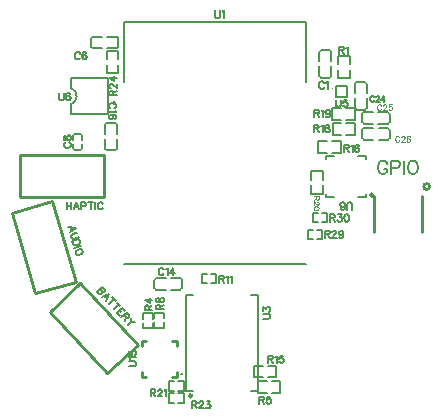
<source format=gto>
G04 Layer: TopSilkscreenLayer*
G04 EasyEDA v6.5.23, 2023-06-20 13:25:00*
G04 d9f535e9693744e2bd262e855d7d9790,c17a8ced473b4d519dda31697e0e54b6,10*
G04 Gerber Generator version 0.2*
G04 Scale: 100 percent, Rotated: No, Reflected: No *
G04 Dimensions in millimeters *
G04 leading zeros omitted , absolute positions ,4 integer and 5 decimal *
%FSLAX45Y45*%
%MOMM*%

%ADD10C,0.1524*%
%ADD11C,0.1270*%
%ADD12C,0.1000*%
%ADD13C,0.0762*%
%ADD14C,0.2540*%
%ADD15C,0.2000*%
%ADD16C,0.1500*%
%ADD17C,0.1999*%
%ADD18C,0.2500*%
%ADD19C,0.2500*%
%ADD20C,0.0108*%

%LPD*%
D10*
X110487Y529729D02*
G01*
X110487Y469023D01*
X110487Y529729D02*
G01*
X136395Y529729D01*
X145031Y526935D01*
X148079Y523887D01*
X150873Y518299D01*
X150873Y512457D01*
X148079Y506615D01*
X145031Y503821D01*
X136395Y500773D01*
X110487Y500773D01*
X130553Y500773D02*
G01*
X150873Y469023D01*
X169923Y518299D02*
G01*
X175765Y521093D01*
X184401Y529729D01*
X184401Y469023D01*
X217929Y529729D02*
G01*
X209039Y526935D01*
X206245Y521093D01*
X206245Y515251D01*
X209039Y509409D01*
X214881Y506615D01*
X226565Y503821D01*
X235201Y500773D01*
X240789Y495185D01*
X243837Y489343D01*
X243837Y480707D01*
X240789Y474865D01*
X237995Y472071D01*
X229359Y469023D01*
X217929Y469023D01*
X209039Y472071D01*
X206245Y474865D01*
X203451Y480707D01*
X203451Y489343D01*
X206245Y495185D01*
X212087Y500773D01*
X220723Y503821D01*
X232153Y506615D01*
X237995Y509409D01*
X240789Y515251D01*
X240789Y521093D01*
X237995Y526935D01*
X229359Y529729D01*
X217929Y529729D01*
X730755Y199021D02*
G01*
X725421Y209435D01*
X715007Y219849D01*
X704847Y225183D01*
X684019Y225183D01*
X673605Y219849D01*
X663191Y209435D01*
X657857Y199021D01*
X652777Y183527D01*
X652777Y157619D01*
X657857Y141871D01*
X663191Y131457D01*
X673605Y121043D01*
X684019Y115963D01*
X704847Y115963D01*
X715007Y121043D01*
X725421Y131457D01*
X730755Y141871D01*
X730755Y157619D01*
X704847Y157619D02*
G01*
X730755Y157619D01*
X765045Y225183D02*
G01*
X765045Y115963D01*
X765045Y225183D02*
G01*
X811781Y225183D01*
X827275Y219849D01*
X832609Y214769D01*
X837689Y204355D01*
X837689Y188607D01*
X832609Y178193D01*
X827275Y173113D01*
X811781Y168033D01*
X765045Y168033D01*
X871979Y225183D02*
G01*
X871979Y115963D01*
X937511Y225183D02*
G01*
X927097Y219849D01*
X916683Y209435D01*
X911603Y199021D01*
X906269Y183527D01*
X906269Y157619D01*
X911603Y141871D01*
X916683Y131457D01*
X927097Y121043D01*
X937511Y115963D01*
X958339Y115963D01*
X968753Y121043D01*
X979167Y131457D01*
X984247Y141871D01*
X989327Y157619D01*
X989327Y183527D01*
X984247Y199021D01*
X979167Y209435D01*
X968753Y219849D01*
X958339Y225183D01*
X937511Y225183D01*
X-1680855Y-839726D02*
G01*
X-1725254Y-881126D01*
X-1680855Y-839726D02*
G01*
X-1663186Y-858672D01*
X-1659341Y-866894D01*
X-1659663Y-871016D01*
X-1661858Y-877229D01*
X-1665945Y-881042D01*
X-1672295Y-882797D01*
X-1676245Y-882657D01*
X-1684362Y-878420D01*
X-1702033Y-859472D02*
G01*
X-1684362Y-878420D01*
X-1680517Y-886642D01*
X-1680654Y-890592D01*
X-1682849Y-896805D01*
X-1689166Y-902695D01*
X-1695516Y-904450D01*
X-1699465Y-904311D01*
X-1707583Y-900074D01*
X-1725254Y-881126D01*
X-1624556Y-900099D02*
G01*
X-1684718Y-924595D01*
X-1624556Y-900099D02*
G01*
X-1653192Y-958405D01*
X-1663966Y-917054D02*
G01*
X-1644393Y-938044D01*
X-1582115Y-945611D02*
G01*
X-1626514Y-987013D01*
X-1595800Y-930935D02*
G01*
X-1568256Y-960473D01*
X-1541581Y-989078D02*
G01*
X-1585978Y-1030480D01*
X-1555264Y-974404D02*
G01*
X-1527723Y-1003940D01*
X-1514731Y-1017871D02*
G01*
X-1559128Y-1059273D01*
X-1514731Y-1017871D02*
G01*
X-1489265Y-1045179D01*
X-1535907Y-1037620D02*
G01*
X-1520144Y-1054526D01*
X-1559128Y-1059273D02*
G01*
X-1533664Y-1086581D01*
X-1476273Y-1059111D02*
G01*
X-1520672Y-1100513D01*
X-1476273Y-1059111D02*
G01*
X-1458432Y-1078245D01*
X-1454584Y-1086467D01*
X-1454909Y-1090589D01*
X-1457104Y-1096802D01*
X-1461190Y-1100615D01*
X-1467540Y-1102370D01*
X-1471490Y-1102230D01*
X-1479608Y-1097993D01*
X-1497451Y-1078859D01*
X-1483593Y-1093721D02*
G01*
X-1492956Y-1130236D01*
X-1435564Y-1102766D02*
G01*
X-1441152Y-1139233D01*
X-1464373Y-1160886D01*
X-1404211Y-1136390D02*
G01*
X-1441152Y-1139233D01*
X-1983600Y-124965D02*
G01*
X-1983600Y-185671D01*
X-1943214Y-124965D02*
G01*
X-1943214Y-185671D01*
X-1983600Y-153921D02*
G01*
X-1943214Y-153921D01*
X-1901050Y-124965D02*
G01*
X-1924164Y-185671D01*
X-1901050Y-124965D02*
G01*
X-1877936Y-185671D01*
X-1915528Y-165351D02*
G01*
X-1886572Y-165351D01*
X-1858886Y-124965D02*
G01*
X-1858886Y-185671D01*
X-1858886Y-124965D02*
G01*
X-1832978Y-124965D01*
X-1824342Y-127759D01*
X-1821548Y-130807D01*
X-1818500Y-136395D01*
X-1818500Y-145031D01*
X-1821548Y-150873D01*
X-1824342Y-153921D01*
X-1832978Y-156715D01*
X-1858886Y-156715D01*
X-1779384Y-124965D02*
G01*
X-1779384Y-185671D01*
X-1799450Y-124965D02*
G01*
X-1759064Y-124965D01*
X-1740014Y-124965D02*
G01*
X-1740014Y-185671D01*
X-1677784Y-139443D02*
G01*
X-1680578Y-133601D01*
X-1686420Y-127759D01*
X-1692262Y-124965D01*
X-1703692Y-124965D01*
X-1709534Y-127759D01*
X-1715122Y-133601D01*
X-1718170Y-139443D01*
X-1720964Y-148079D01*
X-1720964Y-162557D01*
X-1718170Y-171193D01*
X-1715122Y-176781D01*
X-1709534Y-182623D01*
X-1703692Y-185671D01*
X-1692262Y-185671D01*
X-1686420Y-182623D01*
X-1680578Y-176781D01*
X-1677784Y-171193D01*
D11*
X-1869589Y1131354D02*
G01*
X-1872383Y1137196D01*
X-1878225Y1143038D01*
X-1884067Y1145832D01*
X-1895497Y1145832D01*
X-1901339Y1143038D01*
X-1906927Y1137196D01*
X-1909975Y1131354D01*
X-1912769Y1122718D01*
X-1912769Y1108240D01*
X-1909975Y1099604D01*
X-1906927Y1093762D01*
X-1901339Y1088174D01*
X-1895497Y1085126D01*
X-1884067Y1085126D01*
X-1878225Y1088174D01*
X-1872383Y1093762D01*
X-1869589Y1099604D01*
X-1815741Y1137196D02*
G01*
X-1818789Y1143038D01*
X-1827425Y1145832D01*
X-1833267Y1145832D01*
X-1841903Y1143038D01*
X-1847491Y1134402D01*
X-1850539Y1119924D01*
X-1850539Y1105446D01*
X-1847491Y1093762D01*
X-1841903Y1088174D01*
X-1833267Y1085126D01*
X-1830219Y1085126D01*
X-1821583Y1088174D01*
X-1815741Y1093762D01*
X-1812947Y1102652D01*
X-1812947Y1105446D01*
X-1815741Y1114082D01*
X-1821583Y1119924D01*
X-1830219Y1122718D01*
X-1833267Y1122718D01*
X-1841903Y1119924D01*
X-1847491Y1114082D01*
X-1850539Y1105446D01*
D10*
X-1904245Y-342336D02*
G01*
X-1968972Y-336849D01*
X-1904245Y-342336D02*
G01*
X-1956229Y-381287D01*
X-1947057Y-339549D02*
G01*
X-1939076Y-367385D01*
X-1892625Y-382866D02*
G01*
X-1934375Y-394837D01*
X-1941906Y-399905D01*
X-1945911Y-407131D01*
X-1946216Y-416201D01*
X-1944606Y-421817D01*
X-1939541Y-429348D01*
X-1932315Y-433354D01*
X-1923242Y-433659D01*
X-1881492Y-421688D01*
X-1876242Y-439999D02*
G01*
X-1934596Y-456732D01*
X-1876242Y-439999D02*
G01*
X-1870641Y-459531D01*
X-1871190Y-468673D01*
X-1874951Y-475830D01*
X-1879795Y-480126D01*
X-1887326Y-485193D01*
X-1901245Y-489183D01*
X-1910316Y-488878D01*
X-1916701Y-487801D01*
X-1923928Y-483796D01*
X-1928995Y-476265D01*
X-1934596Y-456732D01*
X-1859859Y-497133D02*
G01*
X-1918213Y-513867D01*
X-1849846Y-532048D02*
G01*
X-1854316Y-527517D01*
X-1861299Y-523440D01*
X-1867684Y-522366D01*
X-1876826Y-521817D01*
X-1890742Y-525807D01*
X-1898205Y-531116D01*
X-1903049Y-535414D01*
X-1907054Y-542640D01*
X-1908200Y-548782D01*
X-1904979Y-560011D01*
X-1900684Y-564857D01*
X-1893529Y-568619D01*
X-1887072Y-569937D01*
X-1877999Y-570245D01*
X-1864083Y-566254D01*
X-1856552Y-561187D01*
X-1851776Y-556646D01*
X-1847946Y-549734D01*
X-1846625Y-543280D01*
X-1849846Y-532048D01*
X115059Y655205D02*
G01*
X115059Y594499D01*
X115059Y655205D02*
G01*
X140967Y655205D01*
X149603Y652411D01*
X152651Y649363D01*
X155445Y643775D01*
X155445Y637933D01*
X152651Y632091D01*
X149603Y629297D01*
X140967Y626249D01*
X115059Y626249D01*
X135125Y626249D02*
G01*
X155445Y594499D01*
X174495Y643775D02*
G01*
X180337Y646569D01*
X188973Y655205D01*
X188973Y594499D01*
X245361Y634885D02*
G01*
X242567Y626249D01*
X236725Y620661D01*
X228089Y617613D01*
X225295Y617613D01*
X216659Y620661D01*
X210817Y626249D01*
X208023Y634885D01*
X208023Y637933D01*
X210817Y646569D01*
X216659Y652411D01*
X225295Y655205D01*
X228089Y655205D01*
X236725Y652411D01*
X242567Y646569D01*
X245361Y634885D01*
X245361Y620661D01*
X242567Y606183D01*
X236725Y597547D01*
X228089Y594499D01*
X222501Y594499D01*
X213611Y597547D01*
X210817Y603135D01*
X297456Y743826D02*
G01*
X297456Y700646D01*
X300250Y692010D01*
X306092Y686168D01*
X314728Y683120D01*
X320570Y683120D01*
X329206Y686168D01*
X334794Y692010D01*
X337842Y700646D01*
X337842Y743826D01*
X391436Y743826D02*
G01*
X362734Y743826D01*
X359686Y717918D01*
X362734Y720712D01*
X371370Y723760D01*
X380006Y723760D01*
X388642Y720712D01*
X394484Y714870D01*
X397278Y706234D01*
X397278Y700646D01*
X394484Y692010D01*
X388642Y686168D01*
X380006Y683120D01*
X371370Y683120D01*
X362734Y686168D01*
X359686Y688962D01*
X356892Y694804D01*
X-729256Y1500512D02*
G01*
X-729256Y1452760D01*
X-726208Y1443108D01*
X-719858Y1436758D01*
X-710206Y1433710D01*
X-703856Y1433710D01*
X-694204Y1436758D01*
X-687854Y1443108D01*
X-684806Y1452760D01*
X-684806Y1500512D01*
X-663724Y1487812D02*
G01*
X-657374Y1490860D01*
X-647976Y1500512D01*
X-647976Y1433710D01*
X433082Y-187881D02*
G01*
X433082Y-144447D01*
X430288Y-135811D01*
X424446Y-130223D01*
X415810Y-127175D01*
X409968Y-127175D01*
X401332Y-130223D01*
X395490Y-135811D01*
X392696Y-144447D01*
X392696Y-187881D01*
X359168Y-187881D02*
G01*
X367804Y-185087D01*
X370852Y-179245D01*
X370852Y-173403D01*
X367804Y-167561D01*
X362216Y-164767D01*
X350532Y-161973D01*
X341896Y-158925D01*
X336054Y-153337D01*
X333260Y-147495D01*
X333260Y-138859D01*
X336054Y-133017D01*
X339102Y-130223D01*
X347738Y-127175D01*
X359168Y-127175D01*
X367804Y-130223D01*
X370852Y-133017D01*
X373646Y-138859D01*
X373646Y-147495D01*
X370852Y-153337D01*
X365010Y-158925D01*
X356374Y-161973D01*
X344690Y-164767D01*
X339102Y-167561D01*
X336054Y-173403D01*
X336054Y-179245D01*
X339102Y-185087D01*
X347738Y-187881D01*
X359168Y-187881D01*
D11*
X-319229Y-1110830D02*
G01*
X-275795Y-1110830D01*
X-267159Y-1108036D01*
X-261317Y-1102194D01*
X-258523Y-1093558D01*
X-258523Y-1087716D01*
X-261317Y-1079080D01*
X-267159Y-1073492D01*
X-275795Y-1070444D01*
X-319229Y-1070444D01*
X-319229Y-1045806D02*
G01*
X-319229Y-1014056D01*
X-296115Y-1031328D01*
X-296115Y-1022692D01*
X-293067Y-1016850D01*
X-290273Y-1014056D01*
X-281637Y-1011008D01*
X-275795Y-1011008D01*
X-267159Y-1014056D01*
X-261317Y-1019644D01*
X-258523Y-1028280D01*
X-258523Y-1036916D01*
X-261317Y-1045806D01*
X-264365Y-1048600D01*
X-269953Y-1051394D01*
X-352808Y-1771256D02*
G01*
X-352808Y-1831962D01*
X-352808Y-1771256D02*
G01*
X-326900Y-1771256D01*
X-318264Y-1774050D01*
X-315216Y-1777098D01*
X-312422Y-1782686D01*
X-312422Y-1788528D01*
X-315216Y-1794370D01*
X-318264Y-1797164D01*
X-326900Y-1800212D01*
X-352808Y-1800212D01*
X-332742Y-1800212D02*
G01*
X-312422Y-1831962D01*
X-258828Y-1771256D02*
G01*
X-287530Y-1771256D01*
X-290578Y-1797164D01*
X-287530Y-1794370D01*
X-278894Y-1791576D01*
X-270258Y-1791576D01*
X-261622Y-1794370D01*
X-255780Y-1800212D01*
X-252986Y-1808848D01*
X-252986Y-1814436D01*
X-255780Y-1823326D01*
X-261622Y-1828914D01*
X-270258Y-1831962D01*
X-278894Y-1831962D01*
X-287530Y-1828914D01*
X-290578Y-1826120D01*
X-293372Y-1820278D01*
X-279656Y-1424292D02*
G01*
X-279656Y-1484998D01*
X-279656Y-1424292D02*
G01*
X-253748Y-1424292D01*
X-245112Y-1427086D01*
X-242064Y-1430134D01*
X-239270Y-1435722D01*
X-239270Y-1441564D01*
X-242064Y-1447406D01*
X-245112Y-1450200D01*
X-253748Y-1453248D01*
X-279656Y-1453248D01*
X-259590Y-1453248D02*
G01*
X-239270Y-1484998D01*
X-220220Y-1435722D02*
G01*
X-214378Y-1432928D01*
X-205742Y-1424292D01*
X-205742Y-1484998D01*
X-152148Y-1424292D02*
G01*
X-181104Y-1424292D01*
X-183898Y-1450200D01*
X-181104Y-1447406D01*
X-172214Y-1444612D01*
X-163578Y-1444612D01*
X-154942Y-1447406D01*
X-149354Y-1453248D01*
X-146306Y-1461884D01*
X-146306Y-1467472D01*
X-149354Y-1476362D01*
X-154942Y-1481950D01*
X-163578Y-1484998D01*
X-172214Y-1484998D01*
X-181104Y-1481950D01*
X-183898Y-1479156D01*
X-186692Y-1473314D01*
X322323Y1191907D02*
G01*
X322323Y1131201D01*
X322323Y1191907D02*
G01*
X348231Y1191907D01*
X356867Y1189113D01*
X359915Y1186065D01*
X362709Y1180477D01*
X362709Y1174635D01*
X359915Y1168793D01*
X356867Y1165999D01*
X348231Y1162951D01*
X322323Y1162951D01*
X342389Y1162951D02*
G01*
X362709Y1131201D01*
X381759Y1180477D02*
G01*
X387601Y1183271D01*
X396237Y1191907D01*
X396237Y1131201D01*
X-1318770Y-1037343D02*
G01*
X-1258064Y-1037343D01*
X-1318770Y-1037343D02*
G01*
X-1318770Y-1011435D01*
X-1315976Y-1002799D01*
X-1312928Y-999751D01*
X-1307340Y-996957D01*
X-1301498Y-996957D01*
X-1295656Y-999751D01*
X-1292862Y-1002799D01*
X-1289814Y-1011435D01*
X-1289814Y-1037343D01*
X-1289814Y-1017277D02*
G01*
X-1258064Y-996957D01*
X-1318770Y-948951D02*
G01*
X-1278384Y-977907D01*
X-1278384Y-934727D01*
X-1318770Y-948951D02*
G01*
X-1258064Y-948951D01*
X-1223149Y-1033294D02*
G01*
X-1162443Y-1033294D01*
X-1223149Y-1033294D02*
G01*
X-1223149Y-1007386D01*
X-1220101Y-998750D01*
X-1217307Y-995956D01*
X-1211465Y-992908D01*
X-1205623Y-992908D01*
X-1200035Y-995956D01*
X-1196987Y-998750D01*
X-1194193Y-1007386D01*
X-1194193Y-1033294D01*
X-1194193Y-1013228D02*
G01*
X-1162443Y-992908D01*
X-1223149Y-959380D02*
G01*
X-1220101Y-968270D01*
X-1214513Y-971064D01*
X-1208671Y-971064D01*
X-1202829Y-968270D01*
X-1200035Y-962428D01*
X-1196987Y-950744D01*
X-1194193Y-942108D01*
X-1188351Y-936520D01*
X-1182763Y-933472D01*
X-1173873Y-933472D01*
X-1168285Y-936520D01*
X-1165237Y-939314D01*
X-1162443Y-947950D01*
X-1162443Y-959380D01*
X-1165237Y-968270D01*
X-1168285Y-971064D01*
X-1173873Y-973858D01*
X-1182763Y-973858D01*
X-1188351Y-971064D01*
X-1194193Y-965222D01*
X-1196987Y-956586D01*
X-1200035Y-945156D01*
X-1202829Y-939314D01*
X-1208671Y-936520D01*
X-1214513Y-936520D01*
X-1220101Y-939314D01*
X-1223149Y-947950D01*
X-1223149Y-959380D01*
X-691695Y-747712D02*
G01*
X-691695Y-808418D01*
X-691695Y-747712D02*
G01*
X-665787Y-747712D01*
X-657151Y-750506D01*
X-654103Y-753554D01*
X-651309Y-759142D01*
X-651309Y-764984D01*
X-654103Y-770826D01*
X-657151Y-773620D01*
X-665787Y-776668D01*
X-691695Y-776668D01*
X-671629Y-776668D02*
G01*
X-651309Y-808418D01*
X-632259Y-759142D02*
G01*
X-626417Y-756348D01*
X-617781Y-747712D01*
X-617781Y-808418D01*
X-598731Y-759142D02*
G01*
X-593143Y-756348D01*
X-584253Y-747712D01*
X-584253Y-808418D01*
X-1272120Y-1708045D02*
G01*
X-1272120Y-1768751D01*
X-1272120Y-1708045D02*
G01*
X-1246212Y-1708045D01*
X-1237576Y-1711093D01*
X-1234782Y-1713887D01*
X-1231734Y-1719729D01*
X-1231734Y-1725571D01*
X-1234782Y-1731159D01*
X-1237576Y-1734207D01*
X-1246212Y-1737001D01*
X-1272120Y-1737001D01*
X-1252054Y-1737001D02*
G01*
X-1231734Y-1768751D01*
X-1209890Y-1722523D02*
G01*
X-1209890Y-1719729D01*
X-1207096Y-1713887D01*
X-1204048Y-1711093D01*
X-1198206Y-1708045D01*
X-1186776Y-1708045D01*
X-1180934Y-1711093D01*
X-1178140Y-1713887D01*
X-1175346Y-1719729D01*
X-1175346Y-1725571D01*
X-1178140Y-1731159D01*
X-1183982Y-1739795D01*
X-1212684Y-1768751D01*
X-1172298Y-1768751D01*
X-1153248Y-1719729D02*
G01*
X-1147406Y-1716681D01*
X-1138770Y-1708045D01*
X-1138770Y-1768751D01*
X-922312Y-1809061D02*
G01*
X-922312Y-1869513D01*
X-922312Y-1809061D02*
G01*
X-896150Y-1809061D01*
X-887514Y-1811855D01*
X-884720Y-1814649D01*
X-881926Y-1820491D01*
X-881926Y-1826333D01*
X-884720Y-1832175D01*
X-887514Y-1834969D01*
X-896150Y-1837763D01*
X-922312Y-1837763D01*
X-901992Y-1837763D02*
G01*
X-881926Y-1869513D01*
X-859828Y-1823285D02*
G01*
X-859828Y-1820491D01*
X-857034Y-1814649D01*
X-853986Y-1811855D01*
X-848398Y-1809061D01*
X-836714Y-1809061D01*
X-831126Y-1811855D01*
X-828078Y-1814649D01*
X-825284Y-1820491D01*
X-825284Y-1826333D01*
X-828078Y-1832175D01*
X-833920Y-1840811D01*
X-862876Y-1869513D01*
X-822236Y-1869513D01*
X-797598Y-1809061D02*
G01*
X-765848Y-1809061D01*
X-783120Y-1832175D01*
X-774484Y-1832175D01*
X-768642Y-1834969D01*
X-765848Y-1837763D01*
X-762800Y-1846399D01*
X-762800Y-1852241D01*
X-765848Y-1860877D01*
X-771436Y-1866719D01*
X-780326Y-1869513D01*
X-788962Y-1869513D01*
X-797598Y-1866719D01*
X-800392Y-1863925D01*
X-803186Y-1858083D01*
X202689Y-366382D02*
G01*
X202689Y-427088D01*
X202689Y-366382D02*
G01*
X228597Y-366382D01*
X237233Y-369176D01*
X240281Y-372224D01*
X243075Y-377812D01*
X243075Y-383654D01*
X240281Y-389496D01*
X237233Y-392290D01*
X228597Y-395338D01*
X202689Y-395338D01*
X222755Y-395338D02*
G01*
X243075Y-427088D01*
X264919Y-380860D02*
G01*
X264919Y-377812D01*
X267967Y-372224D01*
X270761Y-369176D01*
X276603Y-366382D01*
X288033Y-366382D01*
X293875Y-369176D01*
X296669Y-372224D01*
X299717Y-377812D01*
X299717Y-383654D01*
X296669Y-389496D01*
X291081Y-398132D01*
X262125Y-427088D01*
X302511Y-427088D01*
X359153Y-386702D02*
G01*
X356105Y-395338D01*
X350517Y-400926D01*
X341881Y-403974D01*
X338833Y-403974D01*
X330197Y-400926D01*
X324355Y-395338D01*
X321561Y-386702D01*
X321561Y-383654D01*
X324355Y-375018D01*
X330197Y-369176D01*
X338833Y-366382D01*
X341881Y-366382D01*
X350517Y-369176D01*
X356105Y-375018D01*
X359153Y-386702D01*
X359153Y-400926D01*
X356105Y-415404D01*
X350517Y-424040D01*
X341881Y-427088D01*
X336039Y-427088D01*
X327403Y-424040D01*
X324355Y-418452D01*
X248665Y-228345D02*
G01*
X248665Y-289052D01*
X248665Y-228345D02*
G01*
X274574Y-228345D01*
X283210Y-231139D01*
X286258Y-234187D01*
X289052Y-239776D01*
X289052Y-245618D01*
X286258Y-251460D01*
X283210Y-254253D01*
X274574Y-257302D01*
X248665Y-257302D01*
X268731Y-257302D02*
G01*
X289052Y-289052D01*
X313944Y-228345D02*
G01*
X345694Y-228345D01*
X328168Y-251460D01*
X337058Y-251460D01*
X342646Y-254253D01*
X345694Y-257302D01*
X348488Y-265937D01*
X348488Y-271526D01*
X345694Y-280415D01*
X339852Y-286003D01*
X331215Y-289052D01*
X322580Y-289052D01*
X313944Y-286003D01*
X310896Y-283210D01*
X308102Y-277368D01*
X384810Y-228345D02*
G01*
X376174Y-231139D01*
X370331Y-239776D01*
X367538Y-254253D01*
X367538Y-262889D01*
X370331Y-277368D01*
X376174Y-286003D01*
X384810Y-289052D01*
X390652Y-289052D01*
X399288Y-286003D01*
X405130Y-277368D01*
X407924Y-262889D01*
X407924Y-254253D01*
X405130Y-239776D01*
X399288Y-231139D01*
X390652Y-228345D01*
X384810Y-228345D01*
D12*
X833117Y423049D02*
G01*
X830831Y427367D01*
X826259Y431939D01*
X821687Y434225D01*
X812543Y434225D01*
X808225Y431939D01*
X803653Y427367D01*
X801367Y423049D01*
X799081Y416194D01*
X799081Y404761D01*
X801367Y397903D01*
X803653Y393331D01*
X808225Y388759D01*
X812543Y386473D01*
X821687Y386473D01*
X826259Y388759D01*
X830831Y393331D01*
X833117Y397903D01*
X850389Y423049D02*
G01*
X850389Y425335D01*
X852672Y429653D01*
X854961Y431939D01*
X859533Y434225D01*
X868674Y434225D01*
X872995Y431939D01*
X875281Y429653D01*
X877567Y425335D01*
X877567Y420761D01*
X875281Y416191D01*
X870963Y409333D01*
X848103Y386473D01*
X879853Y386473D01*
X922271Y427367D02*
G01*
X919985Y431939D01*
X913127Y434225D01*
X908555Y434225D01*
X901697Y431939D01*
X897125Y425335D01*
X894839Y413905D01*
X894839Y402475D01*
X897125Y393331D01*
X901697Y388759D01*
X908555Y386473D01*
X910841Y386473D01*
X917699Y388757D01*
X922271Y393331D01*
X924557Y400189D01*
X924557Y402475D01*
X922271Y409333D01*
X917699Y413905D01*
X910841Y416194D01*
X908555Y416191D01*
X901697Y413905D01*
X897125Y409333D01*
X894839Y402475D01*
D11*
X364995Y361581D02*
G01*
X364995Y300875D01*
X364995Y361581D02*
G01*
X390903Y361581D01*
X399539Y358787D01*
X402587Y355739D01*
X405381Y350151D01*
X405381Y344309D01*
X402587Y338467D01*
X399539Y335673D01*
X390903Y332625D01*
X364995Y332625D01*
X385061Y332625D02*
G01*
X405381Y300875D01*
X424431Y350151D02*
G01*
X430273Y352945D01*
X438909Y361581D01*
X438909Y300875D01*
X492503Y352945D02*
G01*
X489709Y358787D01*
X481073Y361581D01*
X475231Y361581D01*
X466595Y358787D01*
X460753Y350151D01*
X457959Y335673D01*
X457959Y321195D01*
X460753Y309511D01*
X466595Y303923D01*
X475231Y300875D01*
X478025Y300875D01*
X486661Y303923D01*
X492503Y309511D01*
X495297Y318401D01*
X495297Y321195D01*
X492503Y329831D01*
X486661Y335673D01*
X478025Y338467D01*
X475231Y338467D01*
X466595Y335673D01*
X460753Y329831D01*
X457959Y321195D01*
D13*
X150190Y-75234D02*
G01*
X106756Y-75234D01*
X150190Y-75234D02*
G01*
X150190Y-93776D01*
X148158Y-100126D01*
X146126Y-102158D01*
X142062Y-104190D01*
X137744Y-104190D01*
X133680Y-102158D01*
X131648Y-100126D01*
X129616Y-93776D01*
X129616Y-75234D01*
X129616Y-89712D02*
G01*
X106756Y-104190D01*
X139776Y-120192D02*
G01*
X142062Y-120192D01*
X146126Y-122224D01*
X148158Y-124256D01*
X150190Y-128320D01*
X150190Y-136702D01*
X148158Y-140766D01*
X146126Y-143052D01*
X142062Y-145084D01*
X137744Y-145084D01*
X133680Y-143052D01*
X127330Y-138734D01*
X106756Y-117906D01*
X106756Y-147116D01*
X150190Y-173278D02*
G01*
X148158Y-166928D01*
X142062Y-162864D01*
X131648Y-160832D01*
X125298Y-160832D01*
X114884Y-162864D01*
X108788Y-166928D01*
X106756Y-173278D01*
X106756Y-177342D01*
X108788Y-183692D01*
X114884Y-187756D01*
X125298Y-189788D01*
X131648Y-189788D01*
X142062Y-187756D01*
X148158Y-183692D01*
X150190Y-177342D01*
X150190Y-173278D01*
D12*
X680209Y693305D02*
G01*
X677923Y697623D01*
X673351Y702195D01*
X668779Y704481D01*
X659635Y704481D01*
X655317Y702195D01*
X650745Y697623D01*
X648459Y693305D01*
X646173Y686447D01*
X646173Y675017D01*
X648459Y668159D01*
X650745Y663587D01*
X655317Y659015D01*
X659635Y656729D01*
X668779Y656729D01*
X673351Y659015D01*
X677923Y663587D01*
X680209Y668159D01*
X697481Y693305D02*
G01*
X697481Y695591D01*
X699767Y699909D01*
X702053Y702195D01*
X706625Y704481D01*
X715769Y704481D01*
X720087Y702195D01*
X722373Y699909D01*
X724659Y695591D01*
X724659Y691019D01*
X722373Y686447D01*
X718055Y679589D01*
X695195Y656729D01*
X726945Y656729D01*
X769363Y704481D02*
G01*
X746503Y704481D01*
X744217Y684161D01*
X746503Y686447D01*
X753361Y688733D01*
X760219Y688733D01*
X767077Y686447D01*
X771649Y681875D01*
X773935Y675017D01*
X773935Y670445D01*
X771649Y663587D01*
X767077Y659015D01*
X760219Y656729D01*
X753361Y656729D01*
X746503Y659015D01*
X744217Y661301D01*
X741931Y665873D01*
D11*
X-1621360Y779833D02*
G01*
X-1560654Y779833D01*
X-1621360Y779833D02*
G01*
X-1621360Y805741D01*
X-1618312Y814377D01*
X-1615518Y817171D01*
X-1609676Y820219D01*
X-1603834Y820219D01*
X-1598246Y817171D01*
X-1595198Y814377D01*
X-1592404Y805741D01*
X-1592404Y779833D01*
X-1592404Y799899D02*
G01*
X-1560654Y820219D01*
X-1606882Y842063D02*
G01*
X-1609676Y842063D01*
X-1615518Y844857D01*
X-1618312Y847905D01*
X-1621360Y853747D01*
X-1621360Y865177D01*
X-1618312Y871019D01*
X-1615518Y873813D01*
X-1609676Y876607D01*
X-1603834Y876607D01*
X-1598246Y873813D01*
X-1589610Y867971D01*
X-1560654Y839269D01*
X-1560654Y879655D01*
X-1621360Y927407D02*
G01*
X-1580974Y898705D01*
X-1580974Y941885D01*
X-1621360Y927407D02*
G01*
X-1560654Y927407D01*
X-1994796Y380845D02*
G01*
X-2000638Y378051D01*
X-2006480Y372209D01*
X-2009274Y366367D01*
X-2009274Y354937D01*
X-2006480Y349095D01*
X-2000638Y343507D01*
X-1994796Y340459D01*
X-1986160Y337665D01*
X-1971682Y337665D01*
X-1963046Y340459D01*
X-1957204Y343507D01*
X-1951616Y349095D01*
X-1948568Y354937D01*
X-1948568Y366367D01*
X-1951616Y372209D01*
X-1957204Y378051D01*
X-1963046Y380845D01*
X-2009274Y414373D02*
G01*
X-2006480Y405737D01*
X-2000638Y402943D01*
X-1994796Y402943D01*
X-1988954Y405737D01*
X-1986160Y411579D01*
X-1983366Y423009D01*
X-1980318Y431645D01*
X-1974730Y437487D01*
X-1968888Y440281D01*
X-1960252Y440281D01*
X-1954410Y437487D01*
X-1951616Y434693D01*
X-1948568Y426057D01*
X-1948568Y414373D01*
X-1951616Y405737D01*
X-1954410Y402943D01*
X-1960252Y399895D01*
X-1968888Y399895D01*
X-1974730Y402943D01*
X-1980318Y408531D01*
X-1983366Y417167D01*
X-1986160Y428851D01*
X-1988954Y434693D01*
X-1994796Y437487D01*
X-2000638Y437487D01*
X-2006480Y434693D01*
X-2009274Y426057D01*
X-2009274Y414373D01*
X-1456956Y-1511297D02*
G01*
X-1413776Y-1511297D01*
X-1404886Y-1508503D01*
X-1399298Y-1502661D01*
X-1396250Y-1494025D01*
X-1396250Y-1488183D01*
X-1399298Y-1479547D01*
X-1404886Y-1473705D01*
X-1413776Y-1470911D01*
X-1456956Y-1470911D01*
X-1445526Y-1451861D02*
G01*
X-1448320Y-1446019D01*
X-1456956Y-1437383D01*
X-1396250Y-1437383D01*
X-1456956Y-1383789D02*
G01*
X-1456956Y-1412745D01*
X-1431048Y-1415539D01*
X-1433842Y-1412745D01*
X-1436636Y-1403855D01*
X-1436636Y-1395219D01*
X-1433842Y-1386583D01*
X-1428000Y-1380995D01*
X-1419364Y-1377947D01*
X-1413776Y-1377947D01*
X-1404886Y-1380995D01*
X-1399298Y-1386583D01*
X-1396250Y-1395219D01*
X-1396250Y-1403855D01*
X-1399298Y-1412745D01*
X-1402092Y-1415539D01*
X-1407934Y-1418333D01*
X-1580502Y669698D02*
G01*
X-1574660Y672492D01*
X-1568818Y678334D01*
X-1566024Y684176D01*
X-1566024Y695606D01*
X-1568818Y701448D01*
X-1574660Y707036D01*
X-1580502Y710084D01*
X-1589138Y712878D01*
X-1603616Y712878D01*
X-1612252Y710084D01*
X-1618094Y707036D01*
X-1623682Y701448D01*
X-1626730Y695606D01*
X-1626730Y684176D01*
X-1623682Y678334D01*
X-1618094Y672492D01*
X-1612252Y669698D01*
X-1577454Y650648D02*
G01*
X-1574660Y644806D01*
X-1566024Y636170D01*
X-1626730Y636170D01*
X-1574660Y582576D02*
G01*
X-1568818Y585370D01*
X-1566024Y594006D01*
X-1566024Y599848D01*
X-1568818Y608484D01*
X-1577454Y614326D01*
X-1591932Y617120D01*
X-1606410Y617120D01*
X-1618094Y614326D01*
X-1623682Y608484D01*
X-1626730Y599848D01*
X-1626730Y596800D01*
X-1623682Y588164D01*
X-1618094Y582576D01*
X-1609204Y579528D01*
X-1606410Y579528D01*
X-1597774Y582576D01*
X-1591932Y588164D01*
X-1589138Y596800D01*
X-1589138Y599848D01*
X-1591932Y608484D01*
X-1597774Y614326D01*
X-1606410Y617120D01*
X197609Y883297D02*
G01*
X194815Y889139D01*
X188973Y894981D01*
X183131Y897775D01*
X171701Y897775D01*
X165859Y894981D01*
X160271Y889139D01*
X157223Y883297D01*
X154429Y874661D01*
X154429Y860183D01*
X157223Y851547D01*
X160271Y845705D01*
X165859Y840117D01*
X171701Y837069D01*
X183131Y837069D01*
X188973Y840117D01*
X194815Y845705D01*
X197609Y851547D01*
X216659Y886345D02*
G01*
X222501Y889139D01*
X231137Y897775D01*
X231137Y837069D01*
X-1161036Y-694550D02*
G01*
X-1163830Y-688708D01*
X-1169672Y-682866D01*
X-1175514Y-680072D01*
X-1186944Y-680072D01*
X-1192786Y-682866D01*
X-1198374Y-688708D01*
X-1201422Y-694550D01*
X-1204216Y-703186D01*
X-1204216Y-717664D01*
X-1201422Y-726300D01*
X-1198374Y-732142D01*
X-1192786Y-737730D01*
X-1186944Y-740778D01*
X-1175514Y-740778D01*
X-1169672Y-737730D01*
X-1163830Y-732142D01*
X-1161036Y-726300D01*
X-1141986Y-691502D02*
G01*
X-1136144Y-688708D01*
X-1127508Y-680072D01*
X-1127508Y-740778D01*
X-1079502Y-680072D02*
G01*
X-1108458Y-720458D01*
X-1065024Y-720458D01*
X-1079502Y-680072D02*
G01*
X-1079502Y-740778D01*
X619960Y763079D02*
G01*
X617674Y767651D01*
X613102Y772223D01*
X608530Y774512D01*
X599640Y774512D01*
X595068Y772223D01*
X590496Y767651D01*
X588210Y763079D01*
X585924Y756221D01*
X585924Y744791D01*
X588208Y737933D01*
X590496Y733615D01*
X595066Y729046D01*
X599640Y726757D01*
X608528Y726760D01*
X613102Y729043D01*
X617674Y733615D01*
X619958Y737933D01*
X637232Y763079D02*
G01*
X637232Y765365D01*
X639518Y769940D01*
X641802Y772223D01*
X646376Y774512D01*
X655518Y774512D01*
X660092Y772226D01*
X662378Y769940D01*
X664662Y765368D01*
X664662Y760793D01*
X662378Y756221D01*
X657804Y749363D01*
X634944Y726760D01*
X666950Y726760D01*
X704540Y774512D02*
G01*
X681936Y742508D01*
X715972Y742508D01*
X704540Y774512D02*
G01*
X704542Y726760D01*
X-2047369Y800930D02*
G01*
X-2047369Y757496D01*
X-2044575Y748860D01*
X-2038733Y743018D01*
X-2030097Y740224D01*
X-2024255Y740224D01*
X-2015619Y743018D01*
X-2009777Y748860D01*
X-2006983Y757496D01*
X-2006983Y800930D01*
X-1953389Y792294D02*
G01*
X-1956183Y797882D01*
X-1964819Y800930D01*
X-1970661Y800930D01*
X-1979297Y797882D01*
X-1985139Y789246D01*
X-1987933Y774768D01*
X-1987933Y760544D01*
X-1985139Y748860D01*
X-1979297Y743018D01*
X-1970661Y740224D01*
X-1967867Y740224D01*
X-1958977Y743018D01*
X-1953389Y748860D01*
X-1950341Y757496D01*
X-1950341Y760544D01*
X-1953389Y769180D01*
X-1958977Y774768D01*
X-1967867Y777816D01*
X-1970661Y777816D01*
X-1979297Y774768D01*
X-1985139Y769180D01*
X-1987933Y760544D01*
D14*
X620268Y-373887D02*
G01*
X620268Y-69087D01*
X1026668Y-373887D02*
G01*
X1026668Y-69087D01*
X-1867616Y-811964D02*
G01*
X-1382580Y-1332102D01*
X-1642648Y-1574622D01*
X-2127686Y-1054483D01*
X-1867616Y-811964D01*
X-1668462Y-78026D02*
G01*
X-2379662Y-78026D01*
X-2379662Y277573D01*
X-1668462Y277573D01*
X-1668462Y-78026D01*
D10*
X-1763234Y1177165D02*
G01*
X-1684225Y1177165D01*
X-1684225Y1276885D02*
G01*
X-1763234Y1276885D01*
X-1778474Y1261645D02*
G01*
X-1778474Y1192405D01*
X-1559974Y1177165D02*
G01*
X-1638983Y1177165D01*
X-1638983Y1276885D02*
G01*
X-1559974Y1276885D01*
X-1544734Y1261645D02*
G01*
X-1544734Y1192405D01*
D14*
X-2103942Y-114861D02*
G01*
X-1907908Y-798515D01*
X-2249731Y-896533D01*
X-2445765Y-212877D01*
X-2103942Y-114861D01*
D10*
X339529Y447281D02*
G01*
X267726Y447281D01*
X267726Y547001D01*
X339529Y547001D01*
X384771Y447281D02*
G01*
X456575Y447281D01*
X456575Y547001D01*
X384771Y547001D01*
X339275Y568693D02*
G01*
X267472Y568693D01*
X267472Y668413D01*
X339275Y668413D01*
X384517Y568693D02*
G01*
X456321Y568693D01*
X456321Y668413D01*
X384517Y668413D01*
X390215Y859972D02*
G01*
X390215Y764733D01*
X294975Y764733D01*
X294975Y859972D01*
X390215Y859972D01*
D11*
X-1499308Y892716D02*
G01*
X-1499308Y1397718D01*
X40693Y1397718D01*
X40693Y892716D01*
X40693Y-652264D02*
G01*
X-1499308Y-652264D01*
D15*
X554822Y-52857D02*
G01*
X554822Y-80357D01*
X484822Y-80357D01*
X279824Y-80357D02*
G01*
X209821Y-80357D01*
X209821Y-52857D01*
X554822Y237142D02*
G01*
X554822Y264642D01*
X484822Y264642D01*
X279824Y264642D02*
G01*
X209821Y264642D01*
X209821Y237142D01*
D10*
X-913437Y-1725802D02*
G01*
X-975946Y-1725802D01*
X-975946Y-1725802D01*
X-975946Y-910564D01*
X-975946Y-910564D01*
X-913437Y-910564D01*
X-423217Y-1725802D02*
G01*
X-360707Y-1725802D01*
X-360707Y-1725802D01*
X-360707Y-910564D01*
X-360707Y-910564D01*
X-423217Y-910564D01*
X-291152Y-1737880D02*
G01*
X-362955Y-1737880D01*
X-362955Y-1638160D01*
X-291152Y-1638160D01*
X-245910Y-1737880D02*
G01*
X-174106Y-1737880D01*
X-174106Y-1638160D01*
X-245910Y-1638160D01*
X-324680Y-1607324D02*
G01*
X-396483Y-1607324D01*
X-396483Y-1507604D01*
X-324680Y-1507604D01*
X-279438Y-1607324D02*
G01*
X-207634Y-1607324D01*
X-207634Y-1507604D01*
X-279438Y-1507604D01*
X315643Y1042316D02*
G01*
X315643Y1114120D01*
X415363Y1114120D01*
X415363Y1042316D01*
X315643Y997074D02*
G01*
X315643Y925271D01*
X415363Y925271D01*
X415363Y997074D01*
X-1256276Y-1111189D02*
G01*
X-1256276Y-1065636D01*
X-1334396Y-1065636D01*
X-1334396Y-1111189D01*
X-1256276Y-1144427D02*
G01*
X-1256276Y-1189979D01*
X-1334396Y-1189979D01*
X-1334396Y-1144427D01*
X-1162296Y-1108903D02*
G01*
X-1162296Y-1063350D01*
X-1240416Y-1063350D01*
X-1240416Y-1108903D01*
X-1162296Y-1142141D02*
G01*
X-1162296Y-1187693D01*
X-1240416Y-1187693D01*
X-1240416Y-1142141D01*
X-793912Y-730496D02*
G01*
X-839464Y-730496D01*
X-839464Y-808616D01*
X-793912Y-808616D01*
X-760674Y-730496D02*
G01*
X-715121Y-730496D01*
X-715121Y-808616D01*
X-760674Y-808616D01*
X-1039449Y-1720334D02*
G01*
X-993896Y-1720334D01*
X-993896Y-1642214D01*
X-1039449Y-1642214D01*
X-1072687Y-1720334D02*
G01*
X-1118240Y-1720334D01*
X-1118240Y-1642214D01*
X-1072687Y-1642214D01*
X-1039195Y-1821426D02*
G01*
X-993642Y-1821426D01*
X-993642Y-1743306D01*
X-1039195Y-1743306D01*
X-1072433Y-1821426D02*
G01*
X-1117986Y-1821426D01*
X-1117986Y-1743306D01*
X-1072433Y-1743306D01*
X135742Y-435414D02*
G01*
X181295Y-435414D01*
X181295Y-357294D01*
X135742Y-357294D01*
X102504Y-435414D02*
G01*
X56951Y-435414D01*
X56951Y-357294D01*
X102504Y-357294D01*
X177909Y-292806D02*
G01*
X223461Y-292806D01*
X223461Y-214685D01*
X177909Y-214685D01*
X144670Y-292806D02*
G01*
X99118Y-292806D01*
X99118Y-214685D01*
X144670Y-214685D01*
X533316Y403339D02*
G01*
X612325Y403339D01*
X612325Y503059D02*
G01*
X533316Y503059D01*
X518076Y487819D02*
G01*
X518076Y418579D01*
X736577Y403339D02*
G01*
X657567Y403339D01*
X657567Y503059D02*
G01*
X736577Y503059D01*
X751817Y487819D02*
G01*
X751817Y418579D01*
X220149Y291071D02*
G01*
X148346Y291071D01*
X148346Y390791D01*
X220149Y390791D01*
X265391Y291071D02*
G01*
X337195Y291071D01*
X337195Y390791D01*
X265391Y390791D01*
X185750Y18526D02*
G01*
X185750Y-53276D01*
X86029Y-53276D01*
X86029Y18526D01*
X185750Y63769D02*
G01*
X185750Y135572D01*
X86029Y135572D01*
X86029Y63769D01*
X532604Y539051D02*
G01*
X611614Y539051D01*
X611614Y638771D02*
G01*
X532604Y638771D01*
X517364Y623531D02*
G01*
X517364Y554291D01*
X735865Y539051D02*
G01*
X656856Y539051D01*
X656856Y638771D02*
G01*
X735865Y638771D01*
X751105Y623531D02*
G01*
X751105Y554291D01*
X-1544688Y1038796D02*
G01*
X-1544688Y966993D01*
X-1644408Y966993D01*
X-1644408Y1038796D01*
X-1544688Y1084038D02*
G01*
X-1544688Y1155842D01*
X-1644408Y1155842D01*
X-1644408Y1084038D01*
X-1929264Y438988D02*
G01*
X-1929264Y402142D01*
X-1851144Y402142D02*
G01*
X-1851144Y438988D01*
X-1866384Y454228D02*
G01*
X-1914024Y454228D01*
X-1929264Y332059D02*
G01*
X-1929264Y368904D01*
X-1851144Y368904D02*
G01*
X-1851144Y332059D01*
X-1866384Y316819D02*
G01*
X-1914024Y316819D01*
D14*
X-1349085Y-1601647D02*
G01*
X-1309890Y-1601647D01*
X-1088664Y-1601647D02*
G01*
X-1049083Y-1601647D01*
X-1049083Y-1301645D02*
G01*
X-1088664Y-1301645D01*
X-1309890Y-1301645D02*
G01*
X-1349085Y-1301645D01*
X-1349085Y-1601647D02*
G01*
X-1349085Y-1562120D01*
X-1349085Y-1341046D02*
G01*
X-1349085Y-1301645D01*
X-1049083Y-1601647D02*
G01*
X-1049083Y-1562120D01*
X-1049083Y-1340893D02*
G01*
X-1049083Y-1301645D01*
D10*
X-1656854Y532874D02*
G01*
X-1656854Y453864D01*
X-1557134Y453864D02*
G01*
X-1557134Y532874D01*
X-1572374Y548114D02*
G01*
X-1641614Y548114D01*
X-1656854Y329613D02*
G01*
X-1656854Y408622D01*
X-1557134Y408622D02*
G01*
X-1557134Y329613D01*
X-1572374Y314373D02*
G01*
X-1641614Y314373D01*
X157401Y1148758D02*
G01*
X157401Y1069748D01*
X257121Y1069748D02*
G01*
X257121Y1148758D01*
X241881Y1163998D02*
G01*
X172641Y1163998D01*
X157401Y945497D02*
G01*
X157401Y1024506D01*
X257121Y1024506D02*
G01*
X257121Y945497D01*
X241881Y930257D02*
G01*
X172641Y930257D01*
X-1021102Y-765162D02*
G01*
X-1100112Y-765162D01*
X-1100112Y-864882D02*
G01*
X-1021102Y-864882D01*
X-1005862Y-849642D02*
G01*
X-1005862Y-780402D01*
X-1224363Y-765162D02*
G01*
X-1145354Y-765162D01*
X-1145354Y-864882D02*
G01*
X-1224363Y-864882D01*
X-1239603Y-849642D02*
G01*
X-1239603Y-780402D01*
X456308Y877917D02*
G01*
X456308Y798908D01*
X556028Y798908D02*
G01*
X556028Y877917D01*
X540786Y893157D02*
G01*
X471551Y893157D01*
X456308Y674657D02*
G01*
X456308Y753666D01*
X556028Y753666D02*
G01*
X556028Y674657D01*
X540786Y659417D02*
G01*
X471551Y659417D01*
D16*
X-1947214Y928811D02*
G01*
X-1637207Y928809D01*
X-1637207Y618804D02*
G01*
X-1637207Y928809D01*
X-1947212Y618931D02*
G01*
X-1637207Y618931D01*
X-1949627Y928811D02*
G01*
X-1949627Y844991D01*
X-1949627Y702751D02*
G01*
X-1949627Y618931D01*
D17*
G75*
G01*
X-1569824Y719087D02*
G03*
X-1569824Y718655I-10005J-216D01*
D10*
G75*
G01*
X-1763235Y1276886D02*
G03*
X-1778475Y1261646I0J-15240D01*
G75*
G01*
X-1778475Y1192406D02*
G03*
X-1763235Y1177166I15240J0D01*
G75*
G01*
X-1559974Y1276886D02*
G02*
X-1544734Y1261646I0J-15240D01*
G75*
G01*
X-1544734Y1192406D02*
G02*
X-1559974Y1177166I-15240J0D01*
D18*
G75*
G01*
X587301Y-65339D02*
G03*
X587301Y-65085I12499J127D01*
D10*
G75*
G01*
X533316Y503060D02*
G03*
X518076Y487820I0J-15240D01*
G75*
G01*
X518076Y418579D02*
G03*
X533316Y403339I15240J0D01*
G75*
G01*
X736577Y503060D02*
G02*
X751817Y487820I0J-15240D01*
G75*
G01*
X751817Y418579D02*
G02*
X736577Y403339I-15240J0D01*
G75*
G01*
X532605Y638772D02*
G03*
X517365Y623532I0J-15240D01*
G75*
G01*
X517365Y554292D02*
G03*
X532605Y539052I15240J0D01*
G75*
G01*
X735866Y638772D02*
G02*
X751106Y623532I0J-15240D01*
G75*
G01*
X751106Y554292D02*
G02*
X735866Y539052I-15240J0D01*
G75*
G01*
X-1851144Y438988D02*
G03*
X-1866384Y454228I-15240J0D01*
G75*
G01*
X-1914025Y454228D02*
G03*
X-1929265Y438988I0J-15240D01*
G75*
G01*
X-1851144Y332059D02*
G02*
X-1866384Y316819I-15240J0D01*
G75*
G01*
X-1914025Y316819D02*
G02*
X-1929265Y332059I0J15240D01*
G75*
G01*
X-1557134Y532874D02*
G03*
X-1572374Y548114I-15240J0D01*
G75*
G01*
X-1641615Y548114D02*
G03*
X-1656855Y532874I0J-15240D01*
G75*
G01*
X-1557134Y329613D02*
G02*
X-1572374Y314373I-15240J0D01*
G75*
G01*
X-1641615Y314373D02*
G02*
X-1656855Y329613I0J15240D01*
G75*
G01*
X257122Y1148758D02*
G03*
X241882Y1163998I-15240J0D01*
G75*
G01*
X172641Y1163998D02*
G03*
X157401Y1148758I0J-15240D01*
G75*
G01*
X257122Y945497D02*
G02*
X241882Y930257I-15240J0D01*
G75*
G01*
X172641Y930257D02*
G02*
X157401Y945497I0J15240D01*
G75*
G01*
X-1021103Y-864883D02*
G03*
X-1005863Y-849643I0J15240D01*
G75*
G01*
X-1005863Y-780402D02*
G03*
X-1021103Y-765162I-15240J0D01*
G75*
G01*
X-1224364Y-864883D02*
G02*
X-1239604Y-849643I0J15240D01*
G75*
G01*
X-1239604Y-780402D02*
G02*
X-1224364Y-765162I15240J0D01*
G75*
G01*
X556029Y877918D02*
G03*
X540786Y893158I-15240J0D01*
G75*
G01*
X471551Y893158D02*
G03*
X456308Y877918I-3J-15240D01*
G75*
G01*
X556029Y674657D02*
G02*
X540786Y659417I-15240J0D01*
G75*
G01*
X471551Y659417D02*
G02*
X456308Y674657I-3J15240D01*
D16*
G75*
G01*
X-1949628Y842452D02*
G02*
X-1949628Y702752I-21730J-69850D01*
D14*
G75*
G01
X1090165Y7099D02*
G03X1090165Y7099I-25400J0D01*
D12*
G75*
G01
X271396Y837756D02*
G03X271396Y837756I-5004J0D01*
D19*
G75*
G01
X-922531Y-1762722D02*
G03X-922531Y-1762722I-12497J0D01*
D14*
G75*
G01
X-1009145Y-1580528D02*
G03X-1009145Y-1580528I-5436J0D01*
M02*

</source>
